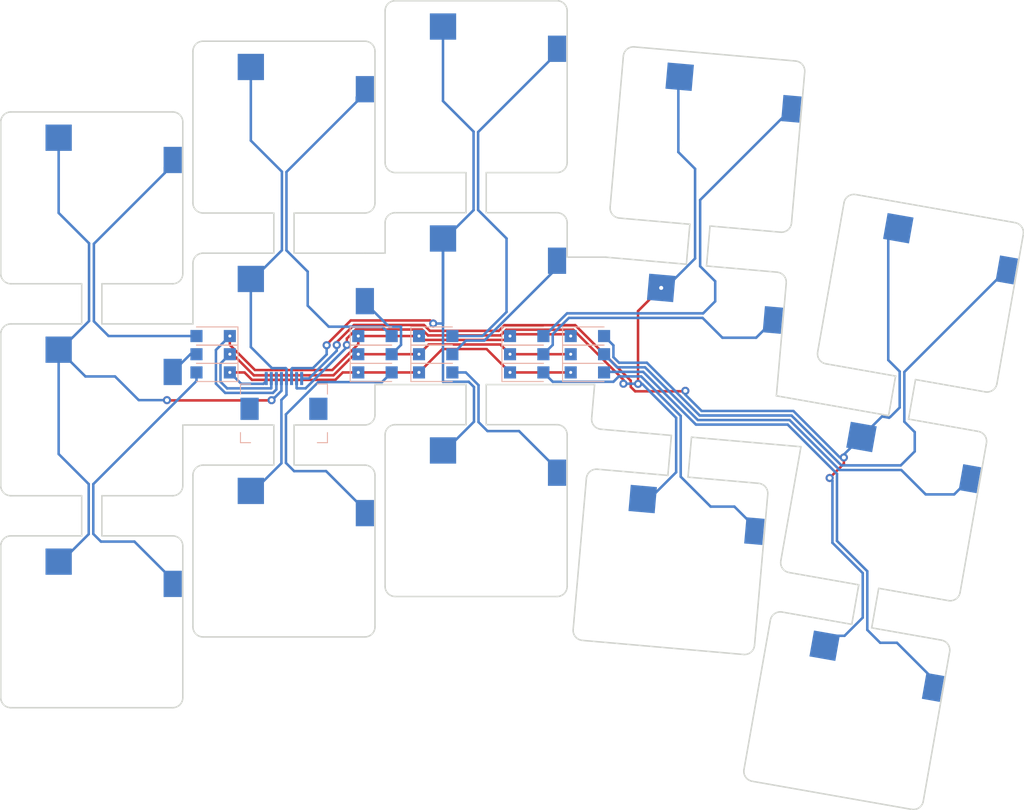
<source format=kicad_pcb>
(kicad_pcb (version 20221018) (generator pcbnew)
  (title_block (title "right") (rev "rev1.4") (company "nikservik"))
  (layers (0 "F.Cu" signal) (31 "B.Cu" signal) (34 "B.Paste" user) (35 "F.Paste" user) (36 "B.SilkS" user "B.Silkscreen") (37 "F.SilkS" user "F.Silkscreen") (38 "B.Mask" user) (39 "F.Mask" user) (44 "Edge.Cuts" user))
  (net 0 "")
  (net 1 "C10")
  (net 2 "R2_C10")
  (net 3 "R1_C10")
  (net 4 "R3_C10")
  (net 5 "C9")
  (net 6 "R2_C9")
  (net 7 "R1_C9")
  (net 8 "R3_C9")
  (net 9 "C8")
  (net 10 "R2_C8")
  (net 11 "R1_C8")
  (net 12 "R3_C8")
  (net 13 "C7")
  (net 14 "R2_C7")
  (net 15 "R1_C7")
  (net 16 "R3_C7")
  (net 17 "C6")
  (net 18 "R2_C6")
  (net 19 "R1_C6")
  (net 20 "R3_C6")
  (net 21 "R1")
  (net 22 "R2")
  (net 23 "R3")
  (footprint "PG1353" (layer "F.Cu") (at 197.291967 69.91441)
    (fp_text reference "S14" hide)
    (fp_text value "" hide)
  )
  (footprint "PG1353" (layer "F.Cu") (at 275.583934 100 -10)
    (fp_text reference "S1" hide)
    (fp_text value "" hide)
  )
  (footprint "PG1353" (layer "F.Cu") (at 271.942532 120.651419 -10)
    (fp_text reference "S3" hide)
    (fp_text value "" hide)
  )
  (footprint "PG1353" (layer "F.Cu") (at 235.291967 79.88441)
    (fp_text reference "S7" hide)
    (fp_text value "" hide)
  )
  (footprint "PG1353" (layer "F.Cu") (at 258.161795 64.144753 -5)
    (fp_text reference "S5" hide)
    (fp_text value "" hide)
  )
  (footprint "PG1353" (layer "F.Cu") (at 197.291967 90.88441)
    (fp_text reference "S13" hide)
    (fp_text value "" hide)
  )
  (footprint "PG1353" (layer "F.Cu") (at 256.33414 85.034956 -5)
    (fp_text reference "S4" hide)
    (fp_text value "" hide)
  )
  (footprint "PG1353" (layer "F.Cu") (at 216.291967 104.85441)
    (fp_text reference "S12" hide)
    (fp_text value "" hide)
  )
  (footprint "PG1353" (layer "F.Cu") (at 197.291967 111.85441)
    (fp_text reference "S15" hide)
    (fp_text value "" hide)
  )
  (footprint "PG1353" (layer "F.Cu") (at 216.291967 83.88441)
    (fp_text reference "S10" hide)
    (fp_text value "" hide)
  )
  (footprint "PG1353" (layer "F.Cu") (at 216.291967 62.91441)
    (fp_text reference "S11" hide)
    (fp_text value "" hide)
  )
  (footprint "PG1353" (layer "F.Cu") (at 279.225337 79.348581 -10)
    (fp_text reference "S2" hide)
    (fp_text value "" hide)
  )
  (footprint "PG1353" (layer "F.Cu") (at 235.291967 100.85441)
    (fp_text reference "S9" hide)
    (fp_text value "" hide)
  )
  (footprint "PG1353" (layer "F.Cu") (at 235.291967 58.91441)
    (fp_text reference "S8" hide)
    (fp_text value "" hide)
  )
  (footprint "PG1353" (layer "F.Cu") (at 254.506483 105.925158 -5)
    (fp_text reference "S6" hide)
    (fp_text value "" hide)
  )
  (footprint "SmdDiode" (layer "B.Cu") (at 225.291967 85.38441 -90)
    (fp_text reference "")
    (fp_text value "")
  )
  (footprint "SmdDiode" (layer "B.Cu") (at 246.291967 85.38441 -90)
    (fp_text reference "")
    (fp_text value "")
  )
  (footprint "SmdDiode" (layer "B.Cu") (at 209.291967 85.38441 90)
    (fp_text reference "")
    (fp_text value "")
  )
  (footprint "SmdDiode" (layer "B.Cu") (at 231.291967 85.38441 -90)
    (fp_text reference "")
    (fp_text value "")
  )
  (footprint "SmdDiode" (layer "B.Cu") (at 240.291967 85.38441 -90)
    (fp_text reference "")
    (fp_text value "")
  )
  (footprint "SmdDiode" (layer "B.Cu") (at 246.291967 85.38441 -90)
    (fp_text reference "")
    (fp_text value "")
  )
  (footprint "SmdDiode" (layer "B.Cu") (at 246.291967 85.38441 -90)
    (fp_text reference "")
    (fp_text value "")
  )
  (footprint "HKW FPC Socket" (layer "B.Cu") (at 216.291967 90.78441 180)
    (fp_text reference "_1" hide)
    (fp_text value "" hide)
  )
  (footprint "SmdDiode" (layer "B.Cu") (at 209.291967 85.38441 90)
    (fp_text reference "")
    (fp_text value "")
  )
  (footprint "SmdDiode" (layer "B.Cu") (at 225.291967 85.38441 -90)
    (fp_text reference "")
    (fp_text value "")
  )
  (footprint "SmdDiode" (layer "B.Cu") (at 231.291967 85.38441 -90)
    (fp_text reference "")
    (fp_text value "")
  )
  (footprint "SmdDiode" (layer "B.Cu") (at 240.291967 85.38441 -90)
    (fp_text reference "")
    (fp_text value "")
  )
  (footprint "SmdDiode" (layer "B.Cu") (at 209.291967 85.38441 90)
    (fp_text reference "")
    (fp_text value "")
  )
  (footprint "SmdDiode" (layer "B.Cu") (at 240.291967 85.38441 -90)
    (fp_text reference "")
    (fp_text value "")
  )
  (footprint "SmdDiode" (layer "B.Cu") (at 225.291967 85.38441 -90)
    (fp_text reference "")
    (fp_text value "")
  )
  (footprint "SmdDiode" (layer "B.Cu") (at 231.291967 85.38441 -90)
    (fp_text reference "")
    (fp_text value "")
  )
  (gr_arc (start 226.291967 93.35441) (mid 226.58486 92.647303) (end 227.291967 92.35441) (stroke (width 0.15)) (layer "Edge.Cuts"))
  (gr_line (start 248.120297 75.783869) (end 248.120297 75.78041) (stroke (width 0.15)) (layer "Edge.Cuts"))
  (gr_arc (start 226.291967 72.38441) (mid 226.58486 71.677303) (end 227.291967 71.38441) (stroke (width 0.15)) (layer "Edge.Cuts"))
  (gr_line (start 198.291967 103.35441) (end 198.291967 99.38441) (stroke (width 0.15)) (layer "Edge.Cuts"))
  (gr_line (start 188.291967 83.38441) (end 188.291967 98.38441) (stroke (width 0.15)) (layer "Edge.Cuts"))
  (gr_line (start 234.291967 71.38441) (end 227.291967 71.38441) (stroke (width 0.15)) (layer "Edge.Cuts"))
  (gr_arc (start 246.1944 97.669296) (mid 246.547807 96.990408) (end 247.27775 96.760258) (stroke (width 0.15)) (layer "Edge.Cuts"))
  (gr_line (start 276.764519 87.545799) (end 276.075136 91.455486) (stroke (width 0.15)) (layer "Edge.Cuts"))
  (gr_line (start 243.291967 71.38441) (end 236.291967 71.38441) (stroke (width 0.15)) (layer "Edge.Cuts"))
  (gr_arc (start 225.291967 91.38441) (mid 224.999074 92.091517) (end 224.291967 92.38441) (stroke (width 0.15)) (layer "Edge.Cuts"))
  (gr_line (start 262.588061 127.633099) (end 278.344985 130.41147) (stroke (width 0.15)) (layer "Edge.Cuts"))
  (gr_arc (start 266.229463 106.981681) (mid 265.583959 106.57045) (end 265.418303 105.823225) (stroke (width 0.15)) (layer "Edge.Cuts"))
  (gr_arc (start 249.451414 71.915162) (mid 248.772525 71.561755) (end 248.542375 70.831811) (stroke (width 0.15)) (layer "Edge.Cuts"))
  (gr_arc (start 205.291967 103.35441) (mid 205.999074 103.647303) (end 206.291967 104.35441) (stroke (width 0.15)) (layer "Edge.Cuts"))
  (gr_line (start 275.092733 108.544514) (end 281.986387 109.760051) (stroke (width 0.15)) (layer "Edge.Cuts"))
  (gr_line (start 227.291967 109.35441) (end 243.291967 109.35441) (stroke (width 0.15)) (layer "Edge.Cuts"))
  (gr_line (start 225.291967 112.35441) (end 225.291967 97.35441) (stroke (width 0.15)) (layer "Edge.Cuts"))
  (gr_arc (start 264.381623 111.702526) (mid 264.792855 111.057022) (end 265.54008 110.891367) (stroke (width 0.15)) (layer "Edge.Cuts"))
  (gr_line (start 269.870865 86.330262) (end 276.764519 87.545799) (stroke (width 0.15)) (layer "Edge.Cuts"))
  (gr_line (start 217.291967 71.41441) (end 224.291967 71.41441) (stroke (width 0.15)) (layer "Edge.Cuts"))
  (gr_line (start 206.291967 77.41441) (end 206.291967 62.41441) (stroke (width 0.15)) (layer "Edge.Cuts"))
  (gr_line (start 208.291967 113.35441) (end 224.291967 113.35441) (stroke (width 0.15)) (layer "Edge.Cuts"))
  (gr_line (start 226.291967 93.35441) (end 226.291967 108.35441) (stroke (width 0.15)) (layer "Edge.Cuts"))
  (gr_line (start 208.291967 71.41441) (end 215.291967 71.41441) (stroke (width 0.15)) (layer "Edge.Cuts"))
  (gr_line (start 248.120297 75.78041) (end 244.291967 75.78041) (stroke (width 0.15)) (layer "Edge.Cuts"))
  (gr_line (start 246.194399 97.669297) (end 244.887063 112.612217) (stroke (width 0.15)) (layer "Edge.Cuts"))
  (gr_arc (start 243.291967 50.41441) (mid 243.999074 50.707303) (end 244.291967 51.41441) (stroke (width 0.15)) (layer "Edge.Cuts"))
  (gr_line (start 281.297004 113.669738) (end 274.403349 112.454201) (stroke (width 0.15)) (layer "Edge.Cuts"))
  (gr_line (start 248.120297 75.783869) (end 256.078769 76.480145) (stroke (width 0.15)) (layer "Edge.Cuts"))
  (gr_line (start 247.006722 88.38441) (end 246.714719 91.722014) (stroke (width 0.15)) (layer "Edge.Cuts"))
  (gr_line (start 215.291967 75.38441) (end 208.291967 75.38441) (stroke (width 0.15)) (layer "Edge.Cuts"))
  (gr_line (start 217.291967 96.35441) (end 217.291967 92.38441) (stroke (width 0.15)) (layer "Edge.Cuts"))
  (gr_line (start 226.291967 51.41441) (end 226.291967 66.41441) (stroke (width 0.15)) (layer "Edge.Cuts"))
  (gr_arc (start 266.47388 72.400615) (mid 266.120473 73.079504) (end 265.390529 73.309654) (stroke (width 0.15)) (layer "Edge.Cuts"))
  (gr_line (start 224.291967 96.35441) (end 217.291967 96.35441) (stroke (width 0.15)) (layer "Edge.Cuts"))
  (gr_line (start 196.291967 103.35441) (end 189.291967 103.35441) (stroke (width 0.15)) (layer "Edge.Cuts"))
  (gr_line (start 266.872177 56.374344) (end 250.933062 54.979852) (stroke (width 0.15)) (layer "Edge.Cuts"))
  (gr_line (start 198.291967 99.38441) (end 205.291967 99.38441) (stroke (width 0.15)) (layer "Edge.Cuts"))
  (gr_arc (start 281.297004 113.669739) (mid 281.942507 114.08097) (end 282.108163 114.828194) (stroke (width 0.15)) (layer "Edge.Cuts"))
  (gr_arc (start 262.588061 127.633099) (mid 261.942557 127.221868) (end 261.776901 126.474643) (stroke (width 0.15)) (layer "Edge.Cuts"))
  (gr_line (start 206.291967 98.38441) (end 206.291967 92.38441) (stroke (width 0.15)) (layer "Edge.Cuts"))
  (gr_line (start 206.291967 92.38441) (end 215.291967 92.38441) (stroke (width 0.15)) (layer "Edge.Cuts"))
  (gr_arc (start 288.579808 72.366901) (mid 289.225312 72.778132) (end 289.390968 73.525357) (stroke (width 0.15)) (layer "Edge.Cuts"))
  (gr_line (start 273.123117 108.197218) (end 272.433734 112.106904) (stroke (width 0.15)) (layer "Edge.Cuts"))
  (gr_line (start 256.243502 97.544659) (end 256.58951 93.589766) (stroke (width 0.15)) (layer "Edge.Cuts"))
  (gr_line (start 207.291967 76.38441) (end 207.291967 82.38441) (stroke (width 0.15)) (layer "Edge.Cuts"))
  (gr_line (start 236.291967 71.38441) (end 236.291967 67.41441) (stroke (width 0.15)) (layer "Edge.Cuts"))
  (gr_line (start 256.424777 72.525252) (end 256.078769 76.480145) (stroke (width 0.15)) (layer "Edge.Cuts"))
  (gr_line (start 189.291967 120.35441) (end 205.291967 120.35441) (stroke (width 0.15)) (layer "Edge.Cuts"))
  (gr_arc (start 286.786245 88.297473) (mid 286.375014 88.942977) (end 285.627789 89.108633) (stroke (width 0.15)) (layer "Edge.Cuts"))
  (gr_arc (start 208.291967 71.41441) (mid 207.58486 71.121517) (end 207.291967 70.41441) (stroke (width 0.15)) (layer "Edge.Cuts"))
  (gr_line (start 286.786245 88.297473) (end 289.390968 73.525357) (stroke (width 0.15)) (layer "Edge.Cuts"))
  (gr_line (start 198.291967 82.38441) (end 207.291967 82.38441) (stroke (width 0.15)) (layer "Edge.Cuts"))
  (gr_arc (start 188.291967 104.35441) (mid 188.58486 103.647303) (end 189.291967 103.35441) (stroke (width 0.15)) (layer "Edge.Cuts"))
  (gr_line (start 288.579808 72.366901) (end 272.822884 69.58853) (stroke (width 0.15)) (layer "Edge.Cuts"))
  (gr_line (start 266.47388 72.400615) (end 267.781216 57.457694) (stroke (width 0.15)) (layer "Edge.Cuts"))
  (gr_line (start 198.291967 78.41441) (end 205.291967 78.41441) (stroke (width 0.15)) (layer "Edge.Cuts"))
  (gr_line (start 243.291967 50.41441) (end 227.291967 50.41441) (stroke (width 0.15)) (layer "Edge.Cuts"))
  (gr_arc (start 206.291967 77.41441) (mid 205.999074 78.121517) (end 205.291967 78.41441) (stroke (width 0.15)) (layer "Edge.Cuts"))
  (gr_arc (start 226.291967 51.41441) (mid 226.58486 50.707303) (end 227.291967 50.41441) (stroke (width 0.15)) (layer "Edge.Cuts"))
  (gr_line (start 278.734135 87.893095) (end 285.627789 89.108633) (stroke (width 0.15)) (layer "Edge.Cuts"))
  (gr_line (start 264.977986 89.498759) (end 276.075136 91.455486) (stroke (width 0.15)) (layer "Edge.Cuts"))
  (gr_line (start 247.623758 92.805365) (end 254.597121 93.415455) (stroke (width 0.15)) (layer "Edge.Cuts"))
  (gr_arc (start 206.291967 119.35441) (mid 205.999074 120.061517) (end 205.291967 120.35441) (stroke (width 0.15)) (layer "Edge.Cuts"))
  (gr_arc (start 262.818567 114.181021) (mid 262.46516 114.859909) (end 261.735217 115.090059) (stroke (width 0.15)) (layer "Edge.Cuts"))
  (gr_arc (start 271.664428 70.39969) (mid 272.075659 69.754186) (end 272.822884 69.58853) (stroke (width 0.15)) (layer "Edge.Cuts"))
  (gr_line (start 207.291967 97.35441) (end 207.291967 112.35441) (stroke (width 0.15)) (layer "Edge.Cuts"))
  (gr_line (start 263.216865 98.154749) (end 256.243502 97.544659) (stroke (width 0.15)) (layer "Edge.Cuts"))
  (gr_arc (start 188.291967 62.41441) (mid 188.58486 61.707303) (end 189.291967 61.41441) (stroke (width 0.15)) (layer "Edge.Cuts"))
  (gr_line (start 225.291967 91.38441) (end 225.291967 88.38441) (stroke (width 0.15)) (layer "Edge.Cuts"))
  (gr_line (start 258.417166 72.699563) (end 265.390529 73.309654) (stroke (width 0.15)) (layer "Edge.Cuts"))
  (gr_arc (start 208.291967 113.35441) (mid 207.58486 113.061517) (end 207.291967 112.35441) (stroke (width 0.15)) (layer "Edge.Cuts"))
  (gr_line (start 264.381624 111.702527) (end 261.776901 126.474643) (stroke (width 0.15)) (layer "Edge.Cuts"))
  (gr_line (start 227.291967 67.41441) (end 234.291967 67.41441) (stroke (width 0.15)) (layer "Edge.Cuts"))
  (gr_line (start 271.664428 70.39969) (end 269.059706 85.171806) (stroke (width 0.15)) (layer "Edge.Cuts"))
  (gr_line (start 196.291967 78.41441) (end 196.291967 82.38441) (stroke (width 0.15)) (layer "Edge.Cuts"))
  (gr_arc (start 243.291967 92.35441) (mid 243.999074 92.647303) (end 244.291967 93.35441) (stroke (width 0.15)) (layer "Edge.Cuts"))
  (gr_line (start 206.291967 119.35441) (end 206.291967 104.35441) (stroke (width 0.15)) (layer "Edge.Cuts"))
  (gr_line (start 283.144843 108.948892) (end 285.749565 94.176776) (stroke (width 0.15)) (layer "Edge.Cuts"))
  (gr_line (start 254.251113 97.370348) (end 247.27775 96.760258) (stroke (width 0.15)) (layer "Edge.Cuts"))
  (gr_arc (start 189.291967 99.38441) (mid 188.58486 99.091517) (end 188.291967 98.38441) (stroke (width 0.15)) (layer "Edge.Cuts"))
  (gr_line (start 278.044752 91.802782) (end 278.734135 87.893095) (stroke (width 0.15)) (layer "Edge.Cuts"))
  (gr_line (start 258.071158 76.654456) (end 258.417166 72.699563) (stroke (width 0.15)) (layer "Edge.Cuts"))
  (gr_line (start 189.291967 78.41441) (end 196.291967 78.41441) (stroke (width 0.15)) (layer "Edge.Cuts"))
  (gr_arc (start 224.291967 54.41441) (mid 224.999074 54.707303) (end 225.291967 55.41441) (stroke (width 0.15)) (layer "Edge.Cuts"))
  (gr_arc (start 279.503441 129.60031) (mid 279.09221 130.245814) (end 278.344985 130.41147) (stroke (width 0.15)) (layer "Edge.Cuts"))
  (gr_arc (start 284.938407 93.018319) (mid 285.583911 93.429551) (end 285.749566 94.176776) (stroke (width 0.15)) (layer "Edge.Cuts"))
  (gr_line (start 188.291967 104.35441) (end 188.291967 119.35441) (stroke (width 0.15)) (layer "Edge.Cuts"))
  (gr_line (start 196.291967 82.38441) (end 189.291967 82.38441) (stroke (width 0.15)) (layer "Edge.Cuts"))
  (gr_line (start 274.403349 112.454201) (end 275.092733 108.544514) (stroke (width 0.15)) (layer "Edge.Cuts"))
  (gr_line (start 236.291967 67.41441) (end 243.291967 67.41441) (stroke (width 0.15)) (layer "Edge.Cuts"))
  (gr_arc (start 227.291967 109.35441) (mid 226.58486 109.061517) (end 226.291967 108.35441) (stroke (width 0.15)) (layer "Edge.Cuts"))
  (gr_line (start 205.291967 61.41441) (end 189.291967 61.41441) (stroke (width 0.15)) (layer "Edge.Cuts"))
  (gr_line (start 272.433734 112.106904) (end 265.54008 110.891367) (stroke (width 0.15)) (layer "Edge.Cuts"))
  (gr_arc (start 188.291967 83.38441) (mid 188.58486 82.677303) (end 189.291967 82.38441) (stroke (width 0.15)) (layer "Edge.Cuts"))
  (gr_line (start 244.291967 108.35441) (end 244.291967 93.35441) (stroke (width 0.15)) (layer "Edge.Cuts"))
  (gr_line (start 245.796102 113.695567) (end 261.735217 115.090059) (stroke (width 0.15)) (layer "Edge.Cuts"))
  (gr_arc (start 249.849712 55.88889) (mid 250.203119 55.210002) (end 250.933062 54.979852) (stroke (width 0.15)) (layer "Edge.Cuts"))
  (gr_line (start 225.291967 88.38441) (end 234.291967 88.38441) (stroke (width 0.15)) (layer "Edge.Cuts"))
  (gr_line (start 205.291967 103.35441) (end 198.291967 103.35441) (stroke (width 0.15)) (layer "Edge.Cuts"))
  (gr_line (start 243.291967 92.35441) (end 236.291967 92.35441) (stroke (width 0.15)) (layer "Edge.Cuts"))
  (gr_line (start 266.229463 106.981681) (end 273.123117 108.197218) (stroke (width 0.15)) (layer "Edge.Cuts"))
  (gr_line (start 236.291967 92.35441) (end 236.291967 88.38441) (stroke (width 0.15)) (layer "Edge.Cuts"))
  (gr_line (start 196.291967 99.38441) (end 196.291967 103.35441) (stroke (width 0.15)) (layer "Edge.Cuts"))
  (gr_line (start 264.977986 89.498759) (end 265.95356 78.347897) (stroke (width 0.15)) (layer "Edge.Cuts"))
  (gr_line (start 249.849711 55.888891) (end 248.542375 70.831811) (stroke (width 0.15)) (layer "Edge.Cuts"))
  (gr_arc (start 207.291967 55.41441) (mid 207.58486 54.707303) (end 208.291967 54.41441) (stroke (width 0.15)) (layer "Edge.Cuts"))
  (gr_line (start 236.291967 88.38441) (end 247.006722 88.38441) (stroke (width 0.15)) (layer "Edge.Cuts"))
  (gr_arc (start 283.144842 108.948892) (mid 282.733611 109.594395) (end 281.986387 109.760051) (stroke (width 0.15)) (layer "Edge.Cuts"))
  (gr_line (start 284.938406 93.01832) (end 278.044752 91.802782) (stroke (width 0.15)) (layer "Edge.Cuts"))
  (gr_line (start 267.408492 94.536304) (end 265.418303 105.823225) (stroke (width 0.15)) (layer "Edge.Cuts"))
  (gr_arc (start 247.623758 92.805365) (mid 246.944869 92.451958) (end 246.714719 91.722014) (stroke (width 0.15)) (layer "Edge.Cuts"))
  (gr_arc (start 243.291967 71.38441) (mid 243.999074 71.677303) (end 244.291967 72.38441) (stroke (width 0.15)) (layer "Edge.Cuts"))
  (gr_line (start 256.58951 93.589766) (end 267.408492 94.536304) (stroke (width 0.15)) (layer "Edge.Cuts"))
  (gr_arc (start 207.291967 97.35441) (mid 207.58486 96.647303) (end 208.291967 96.35441) (stroke (width 0.15)) (layer "Edge.Cuts"))
  (gr_arc (start 266.872177 56.374343) (mid 267.551066 56.72775) (end 267.781216 57.457694) (stroke (width 0.15)) (layer "Edge.Cuts"))
  (gr_line (start 217.291967 75.38441) (end 217.291967 71.41441) (stroke (width 0.15)) (layer "Edge.Cuts"))
  (gr_line (start 198.291967 82.38441) (end 198.291967 78.41441) (stroke (width 0.15)) (layer "Edge.Cuts"))
  (gr_line (start 234.291967 88.38441) (end 234.291967 92.35441) (stroke (width 0.15)) (layer "Edge.Cuts"))
  (gr_arc (start 269.870865 86.330262) (mid 269.225361 85.919031) (end 269.059705 85.171806) (stroke (width 0.15)) (layer "Edge.Cuts"))
  (gr_arc (start 224.291967 96.35441) (mid 224.999074 96.647303) (end 225.291967 97.35441) (stroke (width 0.15)) (layer "Edge.Cuts"))
  (gr_line (start 244.291967 75.78041) (end 244.291967 72.38441) (stroke (width 0.15)) (layer "Edge.Cuts"))
  (gr_arc (start 189.291967 78.41441) (mid 188.58486 78.121517) (end 188.291967 77.41441) (stroke (width 0.15)) (layer "Edge.Cuts"))
  (gr_line (start 234.291967 92.35441) (end 227.291967 92.35441) (stroke (width 0.15)) (layer "Edge.Cuts"))
  (gr_arc (start 245.796102 113.695568) (mid 245.117213 113.342161) (end 244.887063 112.612217) (stroke (width 0.15)) (layer "Edge.Cuts"))
  (gr_line (start 224.291967 75.38441) (end 217.291967 75.38441) (stroke (width 0.15)) (layer "Edge.Cuts"))
  (gr_line (start 244.291967 66.41441) (end 244.291967 51.41441) (stroke (width 0.15)) (layer "Edge.Cuts"))
  (gr_line (start 215.291967 92.38441) (end 215.291967 96.35441) (stroke (width 0.15)) (layer "Edge.Cuts"))
  (gr_arc (start 207.291967 76.38441) (mid 207.58486 75.677303) (end 208.291967 75.38441) (stroke (width 0.15)) (layer "Edge.Cuts"))
  (gr_arc (start 225.291967 70.41441) (mid 224.999074 71.121517) (end 224.291967 71.41441) (stroke (width 0.15)) (layer "Edge.Cuts"))
  (gr_line (start 279.503441 129.60031) (end 282.108163 114.828194) (stroke (width 0.15)) (layer "Edge.Cuts"))
  (gr_arc (start 263.216865 98.154749) (mid 263.895754 98.508156) (end 264.125904 99.2381) (stroke (width 0.15)) (layer "Edge.Cuts"))
  (gr_arc (start 244.291967 66.41441) (mid 243.999074 67.121517) (end 243.291967 67.41441) (stroke (width 0.15)) (layer "Edge.Cuts"))
  (gr_line (start 217.291967 92.38441) (end 224.291967 92.38441) (stroke (width 0.15)) (layer "Edge.Cuts"))
  (gr_arc (start 225.291967 112.35441) (mid 224.999074 113.061517) (end 224.291967 113.35441) (stroke (width 0.15)) (layer "Edge.Cuts"))
  (gr_arc (start 244.291967 108.35441) (mid 243.999074 109.061517) (end 243.291967 109.35441) (stroke (width 0.15)) (layer "Edge.Cuts"))
  (gr_arc (start 265.044521 77.264546) (mid 265.72341 77.617953) (end 265.95356 78.347897) (stroke (width 0.15)) (layer "Edge.Cuts"))
  (gr_line (start 234.291967 67.41441) (end 234.291967 71.38441) (stroke (width 0.15)) (layer "Edge.Cuts"))
  (gr_line (start 224.291967 54.41441) (end 208.291967 54.41441) (stroke (width 0.15)) (layer "Edge.Cuts"))
  (gr_line (start 262.818568 114.18102) (end 264.125904 99.2381) (stroke (width 0.15)) (layer "Edge.Cuts"))
  (gr_line (start 188.291967 62.41441) (end 188.291967 77.41441) (stroke (width 0.15)) (layer "Edge.Cuts"))
  (gr_arc (start 189.291967 120.35441) (mid 188.58486 120.061517) (end 188.291967 119.35441) (stroke (width 0.15)) (layer "Edge.Cuts"))
  (gr_line (start 226.291967 72.38441) (end 226.291967 75.38441) (stroke (width 0.15)) (layer "Edge.Cuts"))
  (gr_line (start 225.291967 70.41441) (end 225.291967 55.41441) (stroke (width 0.15)) (layer "Edge.Cuts"))
  (gr_line (start 226.291967 75.38441) (end 224.291967 75.38441) (stroke (width 0.15)) (layer "Edge.Cuts"))
  (gr_arc (start 205.291967 61.41441) (mid 205.999074 61.707303) (end 206.291967 62.41441) (stroke (width 0.15)) (layer "Edge.Cuts"))
  (gr_line (start 254.597121 93.415455) (end 254.251113 97.370348) (stroke (width 0.15)) (layer "Edge.Cuts"))
  (gr_line (start 249.451414 71.915162) (end 256.424777 72.525252) (stroke (width 0.15)) (layer "Edge.Cuts"))
  (gr_line (start 215.291967 96.35441) (end 208.291967 96.35441) (stroke (width 0.15)) (layer "Edge.Cuts"))
  (gr_line (start 207.291967 55.41441) (end 207.291967 70.41441) (stroke (width 0.15)) (layer "Edge.Cuts"))
  (gr_line (start 265.044521 77.264547) (end 258.071158 76.654456) (stroke (width 0.15)) (layer "Edge.Cuts"))
  (gr_arc (start 227.291967 67.41441) (mid 226.58486 67.121517) (end 226.291967 66.41441) (stroke (width 0.15)) (layer "Edge.Cuts"))
  (gr_arc (start 206.291967 98.38441) (mid 205.999074 99.091517) (end 205.291967 99.38441) (stroke (width 0.15)) (layer "Edge.Cuts"))
  (gr_line (start 215.291967 71.41441) (end 215.291967 75.38441) (stroke (width 0.15)) (layer "Edge.Cuts"))
  (gr_line (start 189.291967 99.38441) (end 196.291967 99.38441) (stroke (width 0.15)) (layer "Edge.Cuts"))
  (segment (start 255.93 89.05) (end 255.978695 89.001305) (width 0.25) (layer "F.Cu") (net 1))
  (segment (start 230.136396 82.49) (end 230.716396 83.07) (width 0.25) (layer "F.Cu") (net 1))
  (segment (start 221.51324 84.192857) (end 223.216097 82.49) (width 0.25) (layer "F.Cu") (net 1))
  (segment (start 251.01 89.05) (end 255.93 89.05) (width 0.25) (layer "F.Cu") (net 1))
  (segment (start 238.094194 82.50941) (end 245.087952 82.50941) (width 0.25) (layer "F.Cu") (net 1))
  (segment (start 223.216097 82.49) (end 230.136396 82.49) (width 0.25) (layer "F.Cu") (net 1))
  (segment (start 250.580898 88.002356) (end 250.580898 88.620898) (width 0.25) (layer "F.Cu") (net 1))
  (segment (start 221.51324 84.471522) (end 221.51324 84.192857) (width 0.25) (layer "F.Cu") (net 1))
  (segment (start 237.533604 83.07) (end 238.094194 82.50941) (width 0.25) (layer "F.Cu") (net 1))
  (segment (start 230.716396 83.07) (end 237.533604 83.07) (width 0.25) (layer "F.Cu") (net 1))
  (segment (start 271.650997 95.600002) (end 271.650997 96.220001) (width 0.25) (layer "F.Cu") (net 1))
  (segment (start 245.087952 82.50941) (end 250.580898 88.002356) (width 0.25) (layer "F.Cu") (net 1))
  (segment (start 250.580898 88.620898) (end 251.01 89.05) (width 0.25) (layer "F.Cu") (net 1))
  (segment (start 271.650997 96.220001) (end 270.2455 97.625498) (width 0.25) (layer "F.Cu") (net 1))
  (via (at 270.2455 97.625498) (size 0.8) (drill 0.4) (layers "F.Cu" "B.Cu") (net 1))
  (via (at 271.650997 95.600002) (size 0.8) (drill 0.4) (layers "F.Cu" "B.Cu") (net 1))
  (via (at 221.51324 84.471522) (size 0.8) (drill 0.4) (layers "F.Cu" "B.Cu") (net 1))
  (via (at 255.978695 89.001305) (size 0.8) (drill 0.4) (layers "F.Cu" "B.Cu") (net 1))
  (segment (start 276.12199 91.666834) (end 276.257712 91.5718) (width 0.25) (layer "B.Cu") (net 1))
  (segment (start 273.517788 111.442212) (end 271.72 113.24) (width 0.25) (layer "B.Cu") (net 1))
  (segment (start 270.52 97.899998) (end 270.52 104.040043) (width 0.25) (layer "B.Cu") (net 1))
  (segment (start 257.58599 90.996802) (end 255.978695 89.389507) (width 0.25) (layer "B.Cu") (net 1))
  (segment (start 221.51324 85.040345) (end 218.769175 87.78441) (width 0.25) (layer "B.Cu") (net 1))
  (segment (start 218.769175 87.78441) (end 218.041967 87.78441) (width 0.25) (layer "B.Cu") (net 1))
  (segment (start 270.733608 113.24) (end 269.750493 114.223115) (width 0.25) (layer "B.Cu") (net 1))
  (segment (start 221.51324 84.471522) (end 221.51324 85.040345) (width 0.25) (layer "B.Cu") (net 1))
  (segment (start 270.52 104.040043) (end 273.517788 107.037831) (width 0.25) (layer "B.Cu") (net 1))
  (segment (start 276.257712 91.5718) (end 277.17 90.659512) (width 0.25) (layer "B.Cu") (net 1))
  (segment (start 273.517788 107.037831) (end 273.517788 111.442212) (width 0.25) (layer "B.Cu") (net 1))
  (segment (start 276.04 73.913575) (end 277.033298 72.920277) (width 0.25) (layer "B.Cu") (net 1))
  (segment (start 271.650997 95.600002) (end 271.650997 95.312594) (width 0.25) (layer "B.Cu") (net 1))
  (segment (start 277.17 90.659512) (end 277.17 87.09) (width 0.25) (layer "B.Cu") (net 1))
  (segment (start 255.978695 89.389507) (end 255.978695 89.001305) (width 0.25) (layer "B.Cu") (net 1))
  (segment (start 266.659594 90.996802) (end 257.58599 90.996802) (width 0.25) (layer "B.Cu") (net 1))
  (segment (start 271.72 113.24) (end 270.733608 113.24) (width 0.25) (layer "B.Cu") (net 1))
  (segment (start 277.17 87.09) (end 276.04 85.96) (width 0.25) (layer "B.Cu") (net 1))
  (segment (start 275.420456 91.543135) (end 276.12199 91.666834) (width 0.25) (layer "B.Cu") (net 1))
  (segment (start 271.650997 95.600002) (end 271.262794 95.600002) (width 0.25) (layer "B.Cu") (net 1))
  (segment (start 271.650997 95.312594) (end 275.420456 91.543135) (width 0.25) (layer "B.Cu") (net 1))
  (segment (start 276.04 85.96) (end 276.04 73.913575) (width 0.25) (layer "B.Cu") (net 1))
  (segment (start 271.262794 95.600002) (end 266.659594 90.996802) (width 0.25) (layer "B.Cu") (net 1))
  (segment (start 270.2455 97.625498) (end 270.52 97.899998) (width 0.25) (layer "B.Cu") (net 1))
  (segment (start 271.23 96.84) (end 266.286802 91.896802) (width 0.25) (layer "B.Cu") (net 2))
  (segment (start 257.213198 91.896802) (end 251.994057 86.677661) (width 0.25) (layer "B.Cu") (net 2))
  (segment (start 279.74 99.25) (end 277.33 96.84) (width 0.25) (layer "B.Cu") (net 2))
  (segment (start 277.33 96.84) (end 271.23 96.84) (width 0.25) (layer "B.Cu") (net 2))
  (segment (start 251.994057 86.677661) (end 249.235218 86.677661) (width 0.25) (layer "B.Cu") (net 2))
  (segment (start 249.235218 86.677661) (end 247.941967 85.38441) (width 0.25) (layer "B.Cu") (net 2))
  (segment (start 266.286802 91.896802) (end 257.213198 91.896802) (width 0.25) (layer "B.Cu") (net 2))
  (segment (start 282.559733 99.25) (end 279.74 99.25) (width 0.25) (layer "B.Cu") (net 2))
  (segment (start 284.113577 97.696156) (end 282.559733 99.25) (width 0.25) (layer "B.Cu") (net 2))
  (segment (start 287.725263 77.044737) (end 277.63 87.14) (width 0.25) (layer "B.Cu") (net 3))
  (segment (start 277.63 87.14) (end 277.63 92.06) (width 0.25) (layer "B.Cu") (net 3))
  (segment (start 252.180453 86.227661) (end 249.421614 86.227661) (width 0.25) (layer "B.Cu") (net 3))
  (segment (start 277.63 92.06) (end 278.66 93.09) (width 0.25) (layer "B.Cu") (net 3))
  (segment (start 249.421614 86.227661) (end 248.866967 85.673014) (width 0.25) (layer "B.Cu") (net 3))
  (segment (start 248.866967 84.50941) (end 247.941967 83.58441) (width 0.25) (layer "B.Cu") (net 3))
  (segment (start 266.473198 91.446802) (end 257.399594 91.446802) (width 0.25) (layer "B.Cu") (net 3))
  (segment (start 257.399594 91.446802) (end 252.180453 86.227661) (width 0.25) (layer "B.Cu") (net 3))
  (segment (start 287.75498 77.044737) (end 287.725263 77.044737) (width 0.25) (layer "B.Cu") (net 3))
  (segment (start 277.28 96.38) (end 271.406396 96.38) (width 0.25) (layer "B.Cu") (net 3))
  (segment (start 278.66 93.09) (end 278.66 95) (width 0.25) (layer "B.Cu") (net 3))
  (segment (start 248.866967 85.673014) (end 248.866967 84.50941) (width 0.25) (layer "B.Cu") (net 3))
  (segment (start 271.406396 96.38) (end 266.473198 91.446802) (width 0.25) (layer "B.Cu") (net 3))
  (segment (start 278.66 95) (end 277.28 96.38) (width 0.25) (layer "B.Cu") (net 3))
  (segment (start 275.24 113.93) (end 273.967788 112.657788) (width 0.25) (layer "B.Cu") (net 4))
  (segment (start 276.9 113.93) (end 275.24 113.93) (width 0.25) (layer "B.Cu") (net 4))
  (segment (start 251.807661 87.127661) (end 247.998716 87.127661) (width 0.25) (layer "B.Cu") (net 4))
  (segment (start 257.026802 92.346802) (end 251.807661 87.127661) (width 0.25) (layer "B.Cu") (net 4))
  (segment (start 266.100406 92.346802) (end 257.026802 92.346802) (width 0.25) (layer "B.Cu") (net 4))
  (segment (start 280.472175 117.502175) (end 276.9 113.93) (width 0.25) (layer "B.Cu") (net 4))
  (segment (start 247.998716 87.127661) (end 247.941967 87.18441) (width 0.25) (layer "B.Cu") (net 4))
  (segment (start 280.472175 118.347575) (end 280.472175 117.502175) (width 0.25) (layer "B.Cu") (net 4))
  (segment (start 273.967788 106.851435) (end 270.97 103.853647) (width 0.25) (layer "B.Cu") (net 4))
  (segment (start 273.967788 112.657788) (end 273.967788 106.851435) (width 0.25) (layer "B.Cu") (net 4))
  (segment (start 270.97 97.216396) (end 266.100406 92.346802) (width 0.25) (layer "B.Cu") (net 4))
  (segment (start 270.97 103.853647) (end 270.97 97.216396) (width 0.25) (layer "B.Cu") (net 4))
  (segment (start 223.402493 82.94) (end 229.95 82.94) (width 0.25) (layer "F.Cu") (net 5))
  (segment (start 229.95 82.94) (end 230.53 83.52) (width 0.25) (layer "F.Cu") (net 5))
  (segment (start 222.512728 84.466026) (end 222.512728 83.829765) (width 0.25) (layer "F.Cu") (net 5))
  (segment (start 249.855898 87.914457) (end 249.855898 88.302661) (width 0.25) (layer "F.Cu") (net 5))
  (segment (start 230.53 83.52) (end 237.72 83.52) (width 0.25) (layer "F.Cu") (net 5))
  (segment (start 237.72 83.52) (end 238.28059 82.95941) (width 0.25) (layer "F.Cu") (net 5))
  (segment (start 251.3 81.112341) (end 253.590179 78.822162) (width 0.25) (layer "F.Cu") (net 5))
  (segment (start 244.900851 82.95941) (end 249.855898 87.914457) (width 0.25) (layer "F.Cu") (net 5))
  (segment (start 251.305398 88.32) (end 251.3 88.314602) (width 0.25) (layer "F.Cu") (net 5))
  (segment (start 238.28059 82.95941) (end 244.900851 82.95941) (width 0.25) (layer "F.Cu") (net 5))
  (segment (start 251.3 88.314602) (end 251.3 81.112341) (width 0.25) (layer "F.Cu") (net 5))
  (segment (start 222.512728 83.829765) (end 223.402493 82.94) (width 0.25) (layer "F.Cu") (net 5))
  (via (at 249.855898 88.302661) (size 0.8) (drill 0.4) (layers "F.Cu" "B.Cu") (net 5))
  (via (at 251.305398 88.32) (size 0.8) (drill 0.4) (layers "F.Cu" "B.Cu") (net 5))
  (via (at 253.590179 78.822162) (size 0.8) (drill 0.4) (layers "F.Cu" "B.Cu") (net 5))
  (via (at 222.512728 84.466026) (size 0.8) (drill 0.4) (layers "F.Cu" "B.Cu") (net 5))
  (segment (start 217.566967 88.75941) (end 217.541967 88.73441) (width 0.25) (layer "B.Cu") (net 5))
  (segment (start 249.855898 88.302661) (end 251.288059 88.302661) (width 0.25) (layer "B.Cu") (net 5))
  (segment (start 222.512728 84.677253) (end 218.430571 88.75941) (width 0.25) (layer "B.Cu") (net 5))
  (segment (start 254.02873 78.822162) (end 256.94 75.910892) (width 0.25) (layer "B.Cu") (net 5))
  (segment (start 253.590179 78.822162) (end 254.02873 78.822162) (width 0.25) (layer "B.Cu") (net 5))
  (segment (start 255.07 97.06) (end 255.07 91.676396) (width 0.25) (layer "B.Cu") (net 5))
  (segment (start 251.713604 88.32) (end 251.305398 88.32) (width 0.25) (layer "B.Cu") (net 5))
  (segment (start 255.286795 58.062998) (end 255.417834 57.931959) (width 0.25) (layer "B.Cu") (net 5))
  (segment (start 255.07 91.676396) (end 251.713604 88.32) (width 0.25) (layer "B.Cu") (net 5))
  (segment (start 256.94 75.910892) (end 256.94 67.04) (width 0.25) (layer "B.Cu") (net 5))
  (segment (start 256.94 67.04) (end 255.286795 65.386795) (width 0.25) (layer "B.Cu") (net 5))
  (segment (start 251.762522 99.712364) (end 252.417636 99.712364) (width 0.25) (layer "B.Cu") (net 5))
  (segment (start 218.430571 88.75941) (end 217.566967 88.75941) (width 0.25) (layer "B.Cu") (net 5))
  (segment (start 249.855898 88.302661) (end 249.855898 88.335898) (width 0.25) (layer "B.Cu") (net 5))
  (segment (start 255.286795 65.386795) (end 255.286795 58.062998) (width 0.25) (layer "B.Cu") (net 5))
  (segment (start 222.512728 84.466026) (end 222.512728 84.677253) (width 0.25) (layer "B.Cu") (net 5))
  (segment (start 252.417636 99.712364) (end 255.07 97.06) (width 0.25) (layer "B.Cu") (net 5))
  (segment (start 251.288059 88.302661) (end 251.305398 88.32) (width 0.25) (layer "B.Cu") (net 5))
  (segment (start 217.541967 88.73441) (end 217.541967 87.78441) (width 0.25) (layer "B.Cu") (net 5))
  (segment (start 264.630532 82.099468) (end 262.98 83.75) (width 0.25) (layer "B.Cu") (net 6))
  (segment (start 259.64 83.75) (end 257.68 81.79) (width 0.25) (layer "B.Cu") (net 6))
  (segment (start 264.630532 81.996472) (end 264.630532 82.099468) (width 0.25) (layer "B.Cu") (net 6))
  (segment (start 242.866967 83.389429) (end 242.866967 84.45941) (width 0.25) (layer "B.Cu") (net 6))
  (segment (start 262.98 83.75) (end 259.64 83.75) (width 0.25) (layer "B.Cu") (net 6))
  (segment (start 242.866967 84.45941) (end 241.941967 85.38441) (width 0.25) (layer "B.Cu") (net 6))
  (segment (start 244.466396 81.79) (end 242.866967 83.389429) (width 0.25) (layer "B.Cu") (net 6))
  (segment (start 257.68 81.79) (end 244.466396 81.79) (width 0.25) (layer "B.Cu") (net 6))
  (segment (start 244.28 81.34) (end 242.03559 83.58441) (width 0.25) (layer "B.Cu") (net 7))
  (segment (start 258.93 78.17) (end 258.93 80.15) (width 0.25) (layer "B.Cu") (net 7))
  (segment (start 257.74 81.34) (end 244.28 81.34) (width 0.25) (layer "B.Cu") (net 7))
  (segment (start 257.44 70.124456) (end 257.44 76.68) (width 0.25) (layer "B.Cu") (net 7))
  (segment (start 258.93 80.15) (end 257.74 81.34) (width 0.25) (layer "B.Cu") (net 7))
  (segment (start 266.458187 61.106269) (end 257.44 70.124456) (width 0.25) (layer "B.Cu") (net 7))
  (segment (start 242.03559 83.58441) (end 241.941967 83.58441) (width 0.25) (layer "B.Cu") (net 7))
  (segment (start 257.44 76.68) (end 258.93 78.17) (width 0.25) (layer "B.Cu") (net 7))
  (segment (start 262.802875 102.886674) (end 262.802875 102.432875) (width 0.25) (layer "B.Cu") (net 8))
  (segment (start 248.866967 88.10941) (end 242.866967 88.10941) (width 0.25) (layer "B.Cu") (net 8))
  (segment (start 249.398716 87.577661) (end 248.866967 88.10941) (width 0.25) (layer "B.Cu") (net 8))
  (segment (start 255.52 97.5) (end 255.52 91.49) (width 0.25) (layer "B.Cu") (net 8))
  (segment (start 260.83 100.46) (end 258.48 100.46) (width 0.25) (layer "B.Cu") (net 8))
  (segment (start 262.802875 102.432875) (end 260.83 100.46) (width 0.25) (layer "B.Cu") (net 8))
  (segment (start 251.607661 87.577661) (end 249.398716 87.577661) (width 0.25) (layer "B.Cu") (net 8))
  (segment (start 242.866967 88.10941) (end 241.941967 87.18441) (width 0.25) (layer "B.Cu") (net 8))
  (segment (start 255.52 91.49) (end 251.607661 87.577661) (width 0.25) (layer "B.Cu") (net 8))
  (segment (start 258.48 100.46) (end 255.52 97.5) (width 0.25) (layer "B.Cu") (net 8))
  (segment (start 220.513966 84.426034) (end 220.513966 84.492912) (width 0.25) (layer "F.Cu") (net 9))
  (segment (start 230.7445 82.04) (end 222.9 82.04) (width 0.25) (layer "F.Cu") (net 9))
  (segment (start 231.05 82.3455) (end 230.7445 82.04) (width 0.25) (layer "F.Cu") (net 9))
  (segment (start 222.9 82.04) (end 220.513966 84.426034) (width 0.25) (layer "F.Cu") (net 9))
  (via (at 220.513966 84.492912) (size 0.8) (drill 0.4) (layers "F.Cu" "B.Cu") (net 9))
  (via (at 231.05 82.3455) (size 0.8) (drill 0.4) (layers "F.Cu" "B.Cu") (net 9))
  (segment (start 235.04 71.13) (end 235.04 63.36) (width 0.25) (layer "B.Cu") (net 9))
  (segment (start 232.016967 82.3455) (end 232.016967 73.93441) (width 0.25) (layer "B.Cu") (net 9))
  (segment (start 220.513966 84.492912) (end 220.513966 85.403223) (width 0.25) (layer "B.Cu") (net 9))
  (segment (start 232.016967 94.90441) (end 232.23559 94.90441) (width 0.25) (layer "B.Cu") (net 9))
  (segment (start 232.016967 88.10941) (end 232.016967 73.93441) (width 0.25) (layer "B.Cu") (net 9))
  (segment (start 235.04 63.36) (end 232.016967 60.336967) (width 0.25) (layer "B.Cu") (net 9))
  (segment (start 231.05 82.3455) (end 232.016967 82.3455) (width 0.25) (layer "B.Cu") (net 9))
  (segment (start 232.016967 60.336967) (end 232.016967 52.96441) (width 0.25) (layer "B.Cu") (net 9))
  (segment (start 219.157779 86.75941) (end 217.116967 86.75941) (width 0.25) (layer "B.Cu") (net 9))
  (segment (start 234.55941 88.10941) (end 232.016967 88.10941) (width 0.25) (layer "B.Cu") (net 9))
  (segment (start 217.041967 86.83441) (end 217.041967 87.78441) (width 0.25) (layer "B.Cu") (net 9))
  (segment (start 220.513966 85.403223) (end 219.157779 86.75941) (width 0.25) (layer "B.Cu") (net 9))
  (segment (start 232.23559 94.90441) (end 235.08 92.06) (width 0.25) (layer "B.Cu") (net 9))
  (segment (start 235.08 92.06) (end 235.08 88.63) (width 0.25) (layer "B.Cu") (net 9))
  (segment (start 217.116967 86.75941) (end 217.041967 86.83441) (width 0.25) (layer "B.Cu") (net 9))
  (segment (start 232.23559 73.93441) (end 235.04 71.13) (width 0.25) (layer "B.Cu") (net 9))
  (segment (start 232.016967 73.93441) (end 232.23559 73.93441) (width 0.25) (layer "B.Cu") (net 9))
  (segment (start 235.08 88.63) (end 234.55941 88.10941) (width 0.25) (layer "B.Cu") (net 9))
  (segment (start 243.291967 76.848033) (end 236.10559 84.03441) (width 0.25) (layer "B.Cu") (net 10))
  (segment (start 234.291967 84.03441) (end 232.941967 85.38441) (width 0.25) (layer "B.Cu") (net 10))
  (segment (start 236.10559 84.03441) (end 234.291967 84.03441) (width 0.25) (layer "B.Cu") (net 10))
  (segment (start 243.291967 76.13441) (end 243.291967 76.848033) (width 0.25) (layer "B.Cu") (net 10))
  (segment (start 235.49 63.4) (end 243.291967 55.598033) (width 0.25) (layer "B.Cu") (net 11))
  (segment (start 235.919194 83.58441) (end 238.3 81.203604) (width 0.25) (layer "B.Cu") (net 11))
  (segment (start 243.291967 55.598033) (end 243.291967 55.16441) (width 0.25) (layer "B.Cu") (net 11))
  (segment (start 238.3 73.93) (end 235.49 71.12) (width 0.25) (layer "B.Cu") (net 11))
  (segment (start 232.941967 83.58441) (end 235.919194 83.58441) (width 0.25) (layer "B.Cu") (net 11))
  (segment (start 235.49 71.12) (end 235.49 63.4) (width 0.25) (layer "B.Cu") (net 11))
  (segment (start 238.3 81.203604) (end 238.3 73.93) (width 0.25) (layer "B.Cu") (net 11))
  (segment (start 243.291967 96.741967) (end 239.54 92.99) (width 0.25) (layer "B.Cu") (net 12))
  (segment (start 243.291967 97.10441) (end 243.291967 96.741967) (width 0.25) (layer "B.Cu") (net 12))
  (segment (start 235.53 92.1) (end 235.53 88.443604) (width 0.25) (layer "B.Cu") (net 12))
  (segment (start 236.42 92.99) (end 235.53 92.1) (width 0.25) (layer "B.Cu") (net 12))
  (segment (start 235.53 88.443604) (end 234.270806 87.18441) (width 0.25) (layer "B.Cu") (net 12))
  (segment (start 239.54 92.99) (end 236.42 92.99) (width 0.25) (layer "B.Cu") (net 12))
  (segment (start 234.270806 87.18441) (end 232.941967 87.18441) (width 0.25) (layer "B.Cu") (net 12))
  (segment (start 216.541967 86.83441) (end 216.541967 87.78441) (width 0.25) (layer "B.Cu") (net 13))
  (segment (start 216.09 67.32) (end 216.09 75.1) (width 0.25) (layer "B.Cu") (net 13))
  (segment (start 213.016967 84.675274) (end 215.101103 86.75941) (width 0.25) (layer "B.Cu") (net 13))
  (segment (start 213.016967 77.93441) (end 213.016967 84.675274) (width 0.25) (layer "B.Cu") (net 13))
  (segment (start 213.016967 98.90441) (end 213.30559 98.90441) (width 0.25) (layer "B.Cu") (net 13))
  (segment (start 216.466967 86.75941) (end 216.541967 86.83441) (width 0.25) (layer "B.Cu") (net 13))
  (segment (start 216.09 75.1) (end 213.25559 77.93441) (width 0.25) (layer "B.Cu") (net 13))
  (segment (start 213.016967 56.96441) (end 213.016967 64.246967) (width 0.25) (layer "B.Cu") (net 13))
  (segment (start 215.101103 86.75941) (end 216.466967 86.75941) (width 0.25) (layer "B.Cu") (net 13))
  (segment (start 213.25559 77.93441) (end 213.016967 77.93441) (width 0.25) (layer "B.Cu") (net 13))
  (segment (start 213.016967 64.246967) (end 216.09 67.32) (width 0.25) (layer "B.Cu") (net 13))
  (segment (start 216.04 89.906396) (end 216.541967 89.404429) (width 0.25) (layer "B.Cu") (net 13))
  (segment (start 216.04 96.17) (end 216.04 89.906396) (width 0.25) (layer "B.Cu") (net 13))
  (segment (start 213.30559 98.90441) (end 216.04 96.17) (width 0.25) (layer "B.Cu") (net 13))
  (segment (start 216.541967 89.404429) (end 216.541967 87.78441) (width 0.25) (layer "B.Cu") (net 13))
  (segment (start 226.941967 85.38441) (end 227.866967 84.45941) (width 0.25) (layer "B.Cu") (net 14))
  (segment (start 226.67941 82.65941) (end 224.291967 80.271967) (width 0.25) (layer "B.Cu") (net 14))
  (segment (start 224.291967 80.271967) (end 224.291967 80.13441) (width 0.25) (layer "B.Cu") (net 14))
  (segment (start 227.866967 84.45941) (end 227.866967 82.65941) (width 0.25) (layer "B.Cu") (net 14))
  (segment (start 227.866967 82.65941) (end 226.67941 82.65941) (width 0.25) (layer "B.Cu") (net 14))
  (segment (start 223.49 60.4) (end 223.49 59.966377) (width 0.25) (layer "B.Cu") (net 15))
  (segment (start 226.016967 82.65941) (end 220.71941 82.65941) (width 0.25) (layer "B.Cu") (net 15))
  (segment (start 226.941967 83.58441) (end 226.016967 82.65941) (width 0.25) (layer "B.Cu") (net 15))
  (segment (start 218.64 80.58) (end 218.64 77.21) (width 0.25) (layer "B.Cu") (net 15))
  (segment (start 218.64 77.21) (end 216.54 75.11) (width 0.25) (layer "B.Cu") (net 15))
  (segment (start 223.49 59.966377) (end 224.291967 59.16441) (width 0.25) (layer "B.Cu") (net 15))
  (segment (start 220.71941 82.65941) (end 218.64 80.58) (width 0.25) (layer "B.Cu") (net 15))
  (segment (start 216.54 67.35) (end 223.49 60.4) (width 0.25) (layer "B.Cu") (net 15))
  (segment (start 216.54 75.11) (end 216.54 67.35) (width 0.25) (layer "B.Cu") (net 15))
  (segment (start 216.49 91.336377) (end 219.686377 88.14) (width 0.25) (layer "B.Cu") (net 16))
  (segment (start 216.49 96.14) (end 216.49 91.336377) (width 0.25) (layer "B.Cu") (net 16))
  (segment (start 224.291967 101.10441) (end 224.291967 100.781967) (width 0.25) (layer "B.Cu") (net 16))
  (segment (start 224.291967 100.781967) (end 220.46 96.95) (width 0.25) (layer "B.Cu") (net 16))
  (segment (start 217.3 96.95) (end 216.49 96.14) (width 0.25) (layer "B.Cu") (net 16))
  (segment (start 220.46 96.95) (end 217.3 96.95) (width 0.25) (layer "B.Cu") (net 16))
  (segment (start 219.686377 88.14) (end 225.986377 88.14) (width 0.25) (layer "B.Cu") (net 16))
  (segment (start 225.986377 88.14) (end 226.941967 87.18441) (width 0.25) (layer "B.Cu") (net 16))
  (segment (start 215.053597 89.95) (end 215.069687 89.93391) (width 0.25) (layer "F.Cu") (net 17))
  (segment (start 204.75 89.95) (end 215.053597 89.95) (width 0.25) (layer "F.Cu") (net 17))
  (segment (start 204.725889 89.925889) (end 204.75 89.95) (width 0.25) (layer "F.Cu") (net 17))
  (via (at 204.725889 89.925889) (size 0.8) (drill 0.4) (layers "F.Cu" "B.Cu") (net 17))
  (via (at 215.069687 89.93391) (size 0.8) (drill 0.4) (layers "F.Cu" "B.Cu") (net 17))
  (segment (start 215.389759 89.65941) (end 216.041967 89.007202) (width 0.25) (layer "B.Cu") (net 17))
  (segment (start 197.02 82.1) (end 194.18559 84.93441) (width 0.25) (layer "B.Cu") (net 17))
  (segment (start 197.02 74.41) (end 197.02 82.1) (width 0.25) (layer "B.Cu") (net 17))
  (segment (start 204.725889 89.925889) (end 201.935889 89.925889) (width 0.25) (layer "B.Cu") (net 17))
  (segment (start 194.016967 84.93441) (end 194.016967 95.256967) (width 0.25) (layer "B.Cu") (net 17))
  (segment (start 201.935889 89.925889) (end 199.59 87.58) (width 0.25) (layer "B.Cu") (net 17))
  (segment (start 215.069687 89.93391) (end 215.344187 89.65941) (width 0.25) (layer "B.Cu") (net 17))
  (segment (start 196.99 98.23) (end 196.99 103.18) (width 0.25) (layer "B.Cu") (net 17))
  (segment (start 216.041967 89.007202) (end 216.041967 87.78441) (width 0.25) (layer "B.Cu") (net 17))
  (segment (start 215.344187 89.65941) (end 215.389759 89.65941) (width 0.25) (layer "B.Cu") (net 17))
  (segment (start 194.016967 71.406967) (end 197.02 74.41) (width 0.25) (layer "B.Cu") (net 17))
  (segment (start 196.662557 87.58) (end 194.016967 84.93441) (width 0.25) (layer "B.Cu") (net 17))
  (segment (start 194.26559 105.90441) (end 194.016967 105.90441) (width 0.25) (layer "B.Cu") (net 17))
  (segment (start 194.016967 95.256967) (end 196.99 98.23) (width 0.25) (layer "B.Cu") (net 17))
  (segment (start 194.016967 63.96441) (end 194.016967 71.406967) (width 0.25) (layer "B.Cu") (net 17))
  (segment (start 194.18559 84.93441) (end 194.016967 84.93441) (width 0.25) (layer "B.Cu") (net 17))
  (segment (start 196.99 103.18) (end 194.26559 105.90441) (width 0.25) (layer "B.Cu") (net 17))
  (segment (start 199.59 87.58) (end 196.662557 87.58) (width 0.25) (layer "B.Cu") (net 17))
  (segment (start 207.041967 85.38441) (end 207.641967 85.38441) (width 0.25) (layer "B.Cu") (net 18))
  (segment (start 205.291967 87.13441) (end 207.041967 85.38441) (width 0.25) (layer "B.Cu") (net 18))
  (segment (start 204.52 67.44) (end 204.52 66.936377) (width 0.25) (layer "B.Cu") (net 19))
  (segment (start 197.5 74.46) (end 204.52 67.44) (width 0.25) (layer "B.Cu") (net 19))
  (segment (start 207.641967 83.58441) (end 198.95441 83.58441) (width 0.25) (layer "B.Cu") (net 19))
  (segment (start 197.5 82.13) (end 197.5 74.46) (width 0.25) (layer "B.Cu") (net 19))
  (segment (start 204.52 66.936377) (end 205.291967 66.16441) (width 0.25) (layer "B.Cu") (net 19))
  (segment (start 198.95441 83.58441) (end 197.5 82.13) (width 0.25) (layer "B.Cu") (net 19))
  (segment (start 197.44 103.16) (end 197.44 98.236377) (width 0.25) (layer "B.Cu") (net 20))
  (segment (start 201.507557 103.92) (end 198.2 103.92) (width 0.25) (layer "B.Cu") (net 20))
  (segment (start 205.291967 107.70441) (end 201.507557 103.92) (width 0.25) (layer "B.Cu") (net 20))
  (segment (start 197.44 98.236377) (end 207.641967 88.03441) (width 0.25) (layer "B.Cu") (net 20))
  (segment (start 205.291967 108.10441) (end 205.291967 107.70441) (width 0.25) (layer "B.Cu") (net 20))
  (segment (start 198.2 103.92) (end 197.44 103.16) (width 0.25) (layer "B.Cu") (net 20))
  (segment (start 207.641967 88.03441) (end 207.641967 87.18441) (width 0.25) (layer "B.Cu") (net 20))
  (segment (start 210.941967 84.461967) (end 210.941967 83.58441) (width 0.25) (layer "F.Cu") (net 21))
  (segment (start 229.641967 83.58441) (end 230.027557 83.97) (width 0.25) (layer "F.Cu") (net 21))
  (segment (start 223.641967 84.378033) (end 221.07 86.95) (width 0.25) (layer "F.Cu") (net 21))
  (segment (start 244.466967 83.40941) (end 244.641967 83.58441) (width 0.25) (layer "F.Cu") (net 21))
  (segment (start 238.256377 83.97) (end 238.641967 83.58441) (width 0.25) (layer "F.Cu") (net 21))
  (segment (start 213.43 86.95) (end 210.941967 84.461967) (width 0.25) (layer "F.Cu") (net 21))
  (segment (start 238.816967 83.40941) (end 244.466967 83.40941) (width 0.25) (layer "F.Cu") (net 21))
  (segment (start 223.641967 83.58441) (end 229.641967 83.58441) (width 0.25) (layer "F.Cu") (net 21))
  (segment (start 238.641967 83.58441) (end 238.816967 83.40941) (width 0.25) (layer "F.Cu") (net 21))
  (segment (start 221.07 86.95) (end 213.43 86.95) (width 0.25) (layer "F.Cu") (net 21))
  (segment (start 223.641967 83.58441) (end 223.641967 84.378033) (width 0.25) (layer "F.Cu") (net 21))
  (segment (start 230.027557 83.97) (end 238.256377 83.97) (width 0.25) (layer "F.Cu") (net 21))
  (via (at 244.641967 83.58441) (size 0.6) (drill 0.3) (layers "F.Cu" "B.Cu") (net 21))
  (via (at 238.641967 83.58441) (size 0.6) (drill 0.3) (layers "F.Cu" "B.Cu") (net 21))
  (via (at 210.941967 83.58441) (size 0.6) (drill 0.3) (layers "F.Cu" "B.Cu") (net 21))
  (via (at 229.641967 83.58441) (size 0.6) (drill 0.3) (layers "F.Cu" "B.Cu") (net 21))
  (via (at 223.641967 83.58441) (size 0.6) (drill 0.3) (layers "F.Cu" "B.Cu") (net 21))
  (segment (start 210.480571 89.20941) (end 209.566967 88.295806) (width 0.25) (layer "B.Cu") (net 21))
  (segment (start 215.541967 87.78441) (end 215.541967 88.870806) (width 0.25) (layer "B.Cu") (net 21))
  (segment (start 209.566967 84.95941) (end 210.941967 83.58441) (width 0.25) (layer "B.Cu") (net 21))
  (segment (start 215.541967 88.870806) (end 215.203363 89.20941) (width 0.25) (layer "B.Cu") (net 21))
  (segment (start 215.203363 89.20941) (end 210.480571 89.20941) (width 0.25) (layer "B.Cu") (net 21))
  (segment (start 209.566967 88.295806) (end 209.566967 84.95941) (width 0.25) (layer "B.Cu") (net 21))
  (segment (start 223.641967 85.38441) (end 223.271986 85.38441) (width 0.25) (layer "F.Cu") (net 22))
  (segment (start 230.606377 84.42) (end 237.677557 84.42) (width 0.25) (layer "F.Cu") (net 22))
  (segment (start 237.677557 84.42) (end 238.641967 85.38441) (width 0.25) (layer "F.Cu") (net 22))
  (segment (start 229.641967 85.38441) (end 230.606377 84.42) (width 0.25) (layer "F.Cu") (net 22))
  (segment (start 223.641967 85.38441) (end 229.641967 85.38441) (width 0.25) (layer "F.Cu") (net 22))
  (segment (start 221.186396 87.47) (end 213.313604 87.47) (width 0.25) (layer "F.Cu") (net 22))
  (segment (start 211.228014 85.38441) (end 210.941967 85.38441) (width 0.25) (layer "F.Cu") (net 22))
  (segment (start 213.313604 87.47) (end 211.228014 85.38441) (width 0.25) (layer "F.Cu") (net 22))
  (segment (start 223.271986 85.38441) (end 221.186396 87.47) (width 0.25) (layer "F.Cu") (net 22))
  (segment (start 238.641967 85.38441) (end 244.641967 85.38441) (width 0.25) (layer "F.Cu") (net 22))
  (via (at 229.641967 85.38441) (size 0.6) (drill 0.3) (layers "F.Cu" "B.Cu") (net 22))
  (via (at 223.641967 85.38441) (size 0.6) (drill 0.3) (layers "F.Cu" "B.Cu") (net 22))
  (via (at 244.641967 85.38441) (size 0.6) (drill 0.3) (layers "F.Cu" "B.Cu") (net 22))
  (via (at 210.941967 85.38441) (size 0.6) (drill 0.3) (layers "F.Cu" "B.Cu") (net 22))
  (via (at 238.641967 85.38441) (size 0.6) (drill 0.3) (layers "F.Cu" "B.Cu") (net 22))
  (segment (start 215.041967 88.73441) (end 215.016967 88.75941) (width 0.25) (layer "B.Cu") (net 22))
  (segment (start 215.041967 87.78441) (end 215.041967 88.73441) (width 0.25) (layer "B.Cu") (net 22))
  (segment (start 210.016967 86.30941) (end 210.941967 85.38441) (width 0.25) (layer "B.Cu") (net 22))
  (segment (start 210.016967 88.10941) (end 210.016967 86.30941) (width 0.25) (layer "B.Cu") (net 22))
  (segment (start 215.016967 88.75941) (end 210.666967 88.75941) (width 0.25) (layer "B.Cu") (net 22))
  (segment (start 210.666967 88.75941) (end 210.016967 88.10941) (width 0.25) (layer "B.Cu") (net 22))
  (segment (start 213.127208 87.92) (end 212.391618 87.18441) (width 0.25) (layer "F.Cu") (net 23))
  (segment (start 223.641967 87.18441) (end 222.108382 87.18441) (width 0.25) (layer "F.Cu") (net 23))
  (segment (start 231.956377 84.87) (end 236.327557 84.87) (width 0.25) (layer "F.Cu") (net 23))
  (segment (start 223.641967 87.18441) (end 229.641967 87.18441) (width 0.25) (layer "F.Cu") (net 23))
  (segment (start 238.641967 87.18441) (end 244.641967 87.18441) (width 0.25) (layer "F.Cu") (net 23))
  (segment (start 222.108382 87.18441) (end 221.372792 87.92) (width 0.25) (layer "F.Cu") (net 23))
  (segment (start 221.372792 87.92) (end 213.127208 87.92) (width 0.25) (layer "F.Cu") (net 23))
  (segment (start 236.327557 84.87) (end 238.641967 87.18441) (width 0.25) (layer "F.Cu") (net 23))
  (segment (start 212.391618 87.18441) (end 210.941967 87.18441) (width 0.25) (layer "F.Cu") (net 23))
  (segment (start 229.641967 87.18441) (end 231.956377 84.87) (width 0.25) (layer "F.Cu") (net 23))
  (via (at 238.641967 87.18441) (size 0.6) (drill 0.3) (layers "F.Cu" "B.Cu") (net 23))
  (via (at 229.641967 87.18441) (size 0.6) (drill 0.3) (layers "F.Cu" "B.Cu") (net 23))
  (via (at 210.941967 87.18441) (size 0.6) (drill 0.3) (layers "F.Cu" "B.Cu") (net 23))
  (via (at 244.641967 87.18441) (size 0.6) (drill 0.3) (layers "F.Cu" "B.Cu") (net 23))
  (via (at 223.641967 87.18441) (size 0.6) (drill 0.3) (layers "F.Cu" "B.Cu") (net 23))
  (segment (start 214.541967 87.78441) (end 214.541967 88.038033) (width 0.25) (layer "B.Cu") (net 23))
  (segment (start 212.066967 88.30941) (end 210.941967 87.18441) (width 0.25) (layer "B.Cu") (net 23))
  (segment (start 214.27059 88.30941) (end 212.066967 88.30941) (width 0.25) (layer "B.Cu") (net 23))
  (segment (start 214.541967 88.038033) (end 214.27059 88.30941) (width 0.25) (layer "B.Cu") (net 23))
)
</source>
